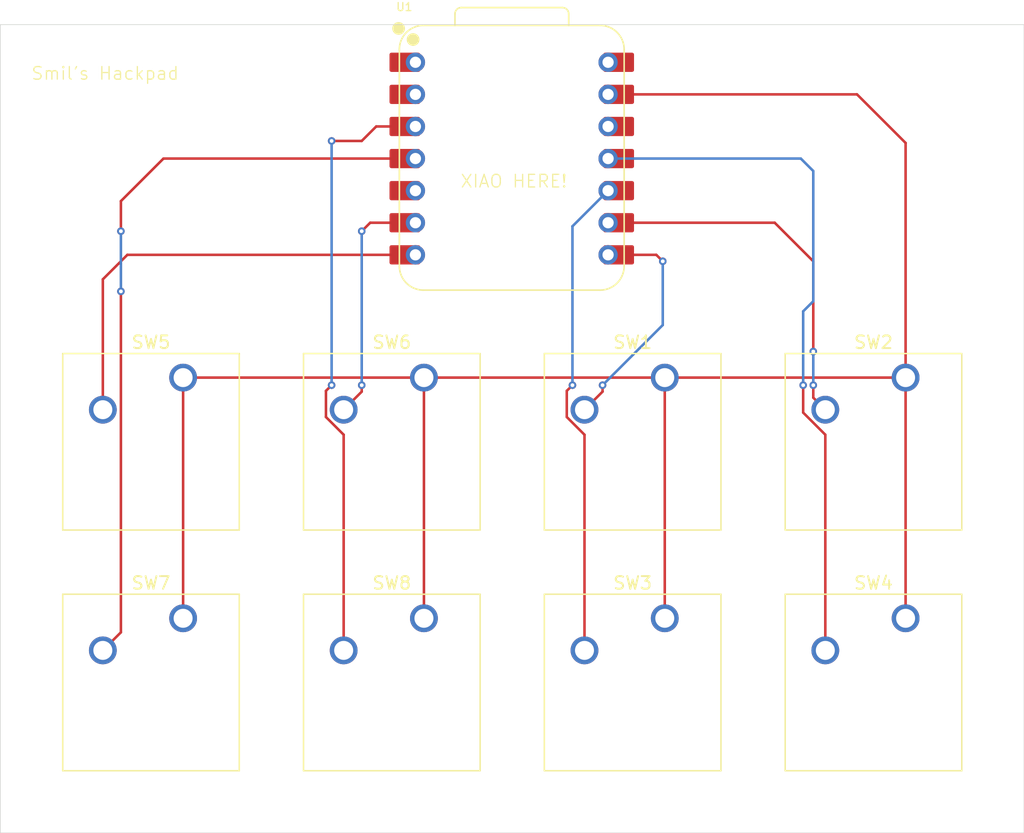
<source format=kicad_pcb>
(kicad_pcb (version 20241229) (generator "pcbnew") (generator_version "9.0")
  (layers (0 "F.Cu" signal) (2 "B.Cu" signal) (13 "F.Paste" user) (15 "B.Paste" user) (5 "F.SilkS" user "F.Silkscreen") (7 "B.SilkS" user "B.Silkscreen") (1 "F.Mask" user) (3 "B.Mask" user) (25 "Edge.Cuts" user))
  (net 0 "")
  (net 1 "Net-(D1-DIN)")
  (net 2 "+5V")
  (net 3 "GND")
  (net 4 "Net-(U1-GPIO1{slash}RX)")
  (net 5 "Net-(U1-GPIO2{slash}SCK)")
  (net 6 "Net-(U1-GPIO4{slash}MISO)")
  (net 7 "Net-(U1-GPIO3{slash}MOSI)")
  (net 8 "Net-(U1-GPIO0{slash}TX)")
  (net 9 "Net-(U1-GPIO7{slash}SCL)")
  (net 11 "Net-(U1-GPIO29{slash}ADC3{slash}A3)")
  (net 13 "Net-(U1-GPIO28{slash}ADC2{slash}A2)")
  (footprint "Button_Switch_Keyboard:SW_Cherry_MX_1.00u_PCB" (layer "F.Cu") (at 169.2275 113.9825)
    (property "Reference" "SW2" (at -2.54 -2.794 0) (layer "F.SilkS"))
    (property "Value" "SW_Push")
    (fp_line (start -9.525 -1.905) (end 4.445 -1.905) (stroke (width 0.12)) (layer "F.SilkS"))
    (fp_line (start -9.525 12.065) (end -9.525 -1.905) (stroke (width 0.12)) (layer "F.SilkS"))
    (fp_line (start 4.445 -1.905) (end 4.445 12.065) (stroke (width 0.12)) (layer "F.SilkS"))
    (fp_line (start 4.445 12.065) (end -9.525 12.065) (stroke (width 0.12)) (layer "F.SilkS"))
    (pad "" np_thru_hole circle (at -7.62 5.08) (size 1.7 1.7) (drill 1.7) (layers "*.Cu" "*.Mask"))
    (pad "" np_thru_hole circle (at -2.54 5.08) (size 4 4) (drill 4) (layers "*.Cu" "*.Mask"))
    (pad "" np_thru_hole circle (at 2.54 5.08) (size 1.7 1.7) (drill 1.7) (layers "*.Cu" "*.Mask"))
    (pad "1" thru_hole circle (at 0 0) (size 2.2 2.2) (drill 1.5) (layers "*.Cu" "*.Mask") (net 3 "GND"))
    (pad "2" thru_hole circle (at -6.35 2.54) (size 2.2 2.2) (drill 1.5) (layers "*.Cu" "*.Mask") (net 5 "Net-(U1-GPIO2{slash}SCK)"))
  )
  (footprint "Button_Switch_Keyboard:SW_Cherry_MX_1.00u_PCB" (layer "F.Cu") (at 150.1775 133.0325)
    (property "Reference" "SW3" (at -2.54 -2.794 0) (layer "F.SilkS"))
    (property "Value" "SW_Push")
    (fp_line (start -9.525 -1.905) (end 4.445 -1.905) (stroke (width 0.12)) (layer "F.SilkS"))
    (fp_line (start -9.525 12.065) (end -9.525 -1.905) (stroke (width 0.12)) (layer "F.SilkS"))
    (fp_line (start 4.445 -1.905) (end 4.445 12.065) (stroke (width 0.12)) (layer "F.SilkS"))
    (fp_line (start 4.445 12.065) (end -9.525 12.065) (stroke (width 0.12)) (layer "F.SilkS"))
    (pad "" np_thru_hole circle (at -7.62 5.08) (size 1.7 1.7) (drill 1.7) (layers "*.Cu" "*.Mask"))
    (pad "" np_thru_hole circle (at -2.54 5.08) (size 4 4) (drill 4) (layers "*.Cu" "*.Mask"))
    (pad "" np_thru_hole circle (at 2.54 5.08) (size 1.7 1.7) (drill 1.7) (layers "*.Cu" "*.Mask"))
    (pad "1" thru_hole circle (at 0 0) (size 2.2 2.2) (drill 1.5) (layers "*.Cu" "*.Mask") (net 3 "GND"))
    (pad "2" thru_hole circle (at -6.35 2.54) (size 2.2 2.2) (drill 1.5) (layers "*.Cu" "*.Mask") (net 6 "Net-(U1-GPIO4{slash}MISO)"))
  )
  (footprint "Button_Switch_Keyboard:SW_Cherry_MX_1.00u_PCB" (layer "F.Cu") (at 150.1775 113.9825)
    (property "Reference" "SW1" (at -2.54 -2.794 0) (layer "F.SilkS"))
    (property "Value" "SW_Push")
    (fp_line (start -9.525 -1.905) (end 4.445 -1.905) (stroke (width 0.12)) (layer "F.SilkS"))
    (fp_line (start -9.525 12.065) (end -9.525 -1.905) (stroke (width 0.12)) (layer "F.SilkS"))
    (fp_line (start 4.445 -1.905) (end 4.445 12.065) (stroke (width 0.12)) (layer "F.SilkS"))
    (fp_line (start 4.445 12.065) (end -9.525 12.065) (stroke (width 0.12)) (layer "F.SilkS"))
    (pad "" np_thru_hole circle (at -7.62 5.08) (size 1.7 1.7) (drill 1.7) (layers "*.Cu" "*.Mask"))
    (pad "" np_thru_hole circle (at -2.54 5.08) (size 4 4) (drill 4) (layers "*.Cu" "*.Mask"))
    (pad "" np_thru_hole circle (at 2.54 5.08) (size 1.7 1.7) (drill 1.7) (layers "*.Cu" "*.Mask"))
    (pad "1" thru_hole circle (at 0 0) (size 2.2 2.2) (drill 1.5) (layers "*.Cu" "*.Mask") (net 3 "GND"))
    (pad "2" thru_hole circle (at -6.35 2.54) (size 2.2 2.2) (drill 1.5) (layers "*.Cu" "*.Mask") (net 4 "Net-(U1-GPIO1{slash}RX)"))
  )
  (footprint "Button_Switch_Keyboard:SW_Cherry_MX_1.00u_PCB" (layer "F.Cu") (at 169.2275 133.0325)
    (property "Reference" "SW4" (at -2.54 -2.794 0) (layer "F.SilkS"))
    (property "Value" "SW_Push")
    (fp_line (start -9.525 -1.905) (end 4.445 -1.905) (stroke (width 0.12)) (layer "F.SilkS"))
    (fp_line (start -9.525 12.065) (end -9.525 -1.905) (stroke (width 0.12)) (layer "F.SilkS"))
    (fp_line (start 4.445 -1.905) (end 4.445 12.065) (stroke (width 0.12)) (layer "F.SilkS"))
    (fp_line (start 4.445 12.065) (end -9.525 12.065) (stroke (width 0.12)) (layer "F.SilkS"))
    (pad "" np_thru_hole circle (at -7.62 5.08) (size 1.7 1.7) (drill 1.7) (layers "*.Cu" "*.Mask"))
    (pad "" np_thru_hole circle (at -2.54 5.08) (size 4 4) (drill 4) (layers "*.Cu" "*.Mask"))
    (pad "" np_thru_hole circle (at 2.54 5.08) (size 1.7 1.7) (drill 1.7) (layers "*.Cu" "*.Mask"))
    (pad "1" thru_hole circle (at 0 0) (size 2.2 2.2) (drill 1.5) (layers "*.Cu" "*.Mask") (net 3 "GND"))
    (pad "2" thru_hole circle (at -6.35 2.54) (size 2.2 2.2) (drill 1.5) (layers "*.Cu" "*.Mask") (net 7 "Net-(U1-GPIO3{slash}MOSI)"))
  )
  (footprint "Button_Switch_Keyboard:SW_Cherry_MX_1.00u_PCB" (layer "F.Cu") (at 112.0775 113.9825)
    (property "Reference" "SW5" (at -2.54 -2.794 0) (layer "F.SilkS"))
    (property "Value" "SW_Push")
    (fp_line (start -9.525 -1.905) (end 4.445 -1.905) (stroke (width 0.12)) (layer "F.SilkS"))
    (fp_line (start -9.525 12.065) (end -9.525 -1.905) (stroke (width 0.12)) (layer "F.SilkS"))
    (fp_line (start 4.445 -1.905) (end 4.445 12.065) (stroke (width 0.12)) (layer "F.SilkS"))
    (fp_line (start 4.445 12.065) (end -9.525 12.065) (stroke (width 0.12)) (layer "F.SilkS"))
    (pad "" np_thru_hole circle (at -7.62 5.08) (size 1.7 1.7) (drill 1.7) (layers "*.Cu" "*.Mask"))
    (pad "" np_thru_hole circle (at -2.54 5.08) (size 4 4) (drill 4) (layers "*.Cu" "*.Mask"))
    (pad "" np_thru_hole circle (at 2.54 5.08) (size 1.7 1.7) (drill 1.7) (layers "*.Cu" "*.Mask"))
    (pad "1" thru_hole circle (at 0 0) (size 2.2 2.2) (drill 1.5) (layers "*.Cu" "*.Mask") (net 3 "GND"))
    (pad "2" thru_hole circle (at -6.35 2.54) (size 2.2 2.2) (drill 1.5) (layers "*.Cu" "*.Mask") (net 8 "Net-(U1-GPIO0{slash}TX)"))
  )
  (footprint "OPL Lib:XIAO-RP2040-DIP" (layer "F.Cu") (at 138.074503 96.644607)
    (property "Reference" "U1" (at -8.5 -12 0) (layer "F.SilkS") (effects (font (size 0.635 0.635) (thickness 0.1016))))
    (property "Value" "XIAO-RP2040-DIP")
    (fp_line (start -8.89 8.509) (end -8.89 -8.636) (stroke (width 0.127)) (layer "F.SilkS"))
    (fp_line (start -6.985 10.414) (end 6.985 10.414) (stroke (width 0.127)) (layer "F.SilkS"))
    (fp_line (start -4.495 -10.541) (end -4.491272 -11.451272) (stroke (width 0.127)) (layer "F.SilkS"))
    (fp_line (start -3.991272 -11.951) (end 4.004 -11.951) (stroke (width 0.127)) (layer "F.SilkS"))
    (fp_line (start 4.504 -11.451) (end 4.504 -10.541) (stroke (width 0.127)) (layer "F.SilkS"))
    (fp_line (start 6.985 -10.541) (end -6.985 -10.541) (stroke (width 0.1)) (layer "F.SilkS"))
    (fp_line (start 6.985 -10.541) (end -6.985 -10.541) (stroke (width 0.127)) (layer "F.SilkS"))
    (fp_line (start 8.89 8.509) (end 8.89 -8.636) (stroke (width 0.127)) (layer "F.SilkS"))
    (fp_arc (start -8.89 -8.636) (mid -8.332038 -9.983038) (end -6.985 -10.541) (stroke (width 0.127)) (layer "F.SilkS"))
    (fp_arc (start -6.985 10.414) (mid -8.332038 9.856038) (end -8.89 8.509) (stroke (width 0.127)) (layer "F.SilkS"))
    (fp_arc (start -4.491272 -11.451272) (mid -4.344728 -11.80464) (end -3.991272 -11.951) (stroke (width 0.127)) (layer "F.SilkS"))
    (fp_arc (start 4.004 -11.951) (mid 4.357553 -11.804553) (end 4.504 -11.451) (stroke (width 0.127)) (layer "F.SilkS"))
    (fp_arc (start 6.985 -10.541) (mid 8.332038 -9.983038) (end 8.89 -8.636) (stroke (width 0.127)) (layer "F.SilkS"))
    (fp_arc (start 8.89 8.509) (mid 8.332038 9.856038) (end 6.985 10.414) (stroke (width 0.127)) (layer "F.SilkS"))
    (fp_circle (center -8.95 -10.3) (end -8.95 -10.554) (stroke (width 0.5)) (fill yes) (layer "F.SilkS"))
    (fp_circle (center -7.807 -9.42) (end -7.807 -9.674) (stroke (width 0.5)) (fill yes) (layer "F.SilkS"))
    (pad "1" smd roundrect (at -8.455 -7.62 180) (size 2.432 1.524) (layers "F.Cu" "F.Mask") (roundrect_rratio 0.1))
    (pad "1" thru_hole circle (at -7.62 -7.62 180) (size 1.524 1.524) (drill 0.889) (layers "*.Cu" "*.Mask"))
    (pad "2" smd roundrect (at -8.455 -5.08 180) (size 2.432 1.524) (layers "F.Cu" "F.Mask") (roundrect_rratio 0.1))
    (pad "2" thru_hole circle (at -7.62 -5.08 180) (size 1.524 1.524) (drill 0.889) (layers "*.Cu" "*.Mask"))
    (pad "3" smd roundrect (at -8.455 -2.54 180) (size 2.432 1.524) (layers "F.Cu" "F.Mask") (roundrect_rratio 0.1) (net 13 "Net-(U1-GPIO28{slash}ADC2{slash}A2)"))
    (pad "3" thru_hole circle (at -7.62 -2.54 180) (size 1.524 1.524) (drill 0.889) (layers "*.Cu" "*.Mask") (net 13 "Net-(U1-GPIO28{slash}ADC2{slash}A2)"))
    (pad "4" smd roundrect (at -8.455 0 180) (size 2.432 1.524) (layers "F.Cu" "F.Mask") (roundrect_rratio 0.1) (net 11 "Net-(U1-GPIO29{slash}ADC3{slash}A3)"))
    (pad "4" thru_hole circle (at -7.62 0 180) (size 1.524 1.524) (drill 0.889) (layers "*.Cu" "*.Mask") (net 11 "Net-(U1-GPIO29{slash}ADC3{slash}A3)"))
    (pad "5" smd roundrect (at -8.455 2.54 180) (size 2.432 1.524) (layers "F.Cu" "F.Mask") (roundrect_rratio 0.1) (net 1 "Net-(D1-DIN)"))
    (pad "5" thru_hole circle (at -7.62 2.54 180) (size 1.524 1.524) (drill 0.889) (layers "*.Cu" "*.Mask") (net 1 "Net-(D1-DIN)"))
    (pad "6" smd roundrect (at -8.455 5.08 180) (size 2.432 1.524) (layers "F.Cu" "F.Mask") (roundrect_rratio 0.1) (net 9 "Net-(U1-GPIO7{slash}SCL)"))
    (pad "6" thru_hole circle (at -7.62 5.08 180) (size 1.524 1.524) (drill 0.889) (layers "*.Cu" "*.Mask") (net 9 "Net-(U1-GPIO7{slash}SCL)"))
    (pad "7" smd roundrect (at -8.455 7.62 180) (size 2.432 1.524) (layers "F.Cu" "F.Mask") (roundrect_rratio 0.1) (net 8 "Net-(U1-GPIO0{slash}TX)"))
    (pad "7" thru_hole circle (at -7.62 7.62 180) (size 1.524 1.524) (drill 0.889) (layers "*.Cu" "*.Mask") (net 8 "Net-(U1-GPIO0{slash}TX)"))
    (pad "8" thru_hole circle (at 7.62 7.62) (size 1.524 1.524) (drill 0.889) (layers "*.Cu" "*.Mask") (net 4 "Net-(U1-GPIO1{slash}RX)"))
    (pad "8" smd roundrect (at 8.455 7.62) (size 2.432 1.524) (layers "F.Cu" "F.Mask") (roundrect_rratio 0.1) (net 4 "Net-(U1-GPIO1{slash}RX)"))
    (pad "9" thru_hole circle (at 7.62 5.08) (size 1.524 1.524) (drill 0.889) (layers "*.Cu" "*.Mask") (net 5 "Net-(U1-GPIO2{slash}SCK)"))
    (pad "9" smd roundrect (at 8.455 5.08) (size 2.432 1.524) (layers "F.Cu" "F.Mask") (roundrect_rratio 0.1) (net 5 "Net-(U1-GPIO2{slash}SCK)"))
    (pad "10" thru_hole circle (at 7.62 2.54) (size 1.524 1.524) (drill 0.889) (layers "*.Cu" "*.Mask") (net 6 "Net-(U1-GPIO4{slash}MISO)"))
    (pad "10" smd roundrect (at 8.455 2.54) (size 2.432 1.524) (layers "F.Cu" "F.Mask") (roundrect_rratio 0.1) (net 6 "Net-(U1-GPIO4{slash}MISO)"))
    (pad "11" thru_hole circle (at 7.62 0) (size 1.524 1.524) (drill 0.889) (layers "*.Cu" "*.Mask") (net 7 "Net-(U1-GPIO3{slash}MOSI)"))
    (pad "11" smd roundrect (at 8.455 0) (size 2.432 1.524) (layers "F.Cu" "F.Mask") (roundrect_rratio 0.1) (net 7 "Net-(U1-GPIO3{slash}MOSI)"))
    (pad "12" thru_hole circle (at 7.62 -2.54) (size 1.524 1.524) (drill 0.889) (layers "*.Cu" "*.Mask"))
    (pad "12" smd roundrect (at 8.455 -2.54) (size 2.432 1.524) (layers "F.Cu" "F.Mask") (roundrect_rratio 0.1))
    (pad "13" thru_hole circle (at 7.62 -5.08) (size 1.524 1.524) (drill 0.889) (layers "*.Cu" "*.Mask") (net 3 "GND"))
    (pad "13" smd roundrect (at 8.455 -5.08) (size 2.432 1.524) (layers "F.Cu" "F.Mask") (roundrect_rratio 0.1) (net 3 "GND"))
    (pad "14" thru_hole circle (at 7.62 -7.62) (size 1.524 1.524) (drill 0.889) (layers "*.Cu" "*.Mask") (net 2 "+5V"))
    (pad "14" smd roundrect (at 8.455 -7.62) (size 2.432 1.524) (layers "F.Cu" "F.Mask") (roundrect_rratio 0.1) (net 2 "+5V"))
  )
  (footprint "Button_Switch_Keyboard:SW_Cherry_MX_1.00u_PCB" (layer "F.Cu") (at 131.1275 133.0325)
    (property "Reference" "SW8" (at -2.54 -2.794 0) (layer "F.SilkS"))
    (property "Value" "SW_Push")
    (fp_line (start -9.525 -1.905) (end 4.445 -1.905) (stroke (width 0.12)) (layer "F.SilkS"))
    (fp_line (start -9.525 12.065) (end -9.525 -1.905) (stroke (width 0.12)) (layer "F.SilkS"))
    (fp_line (start 4.445 -1.905) (end 4.445 12.065) (stroke (width 0.12)) (layer "F.SilkS"))
    (fp_line (start 4.445 12.065) (end -9.525 12.065) (stroke (width 0.12)) (layer "F.SilkS"))
    (pad "" np_thru_hole circle (at -7.62 5.08) (size 1.7 1.7) (drill 1.7) (layers "*.Cu" "*.Mask"))
    (pad "" np_thru_hole circle (at -2.54 5.08) (size 4 4) (drill 4) (layers "*.Cu" "*.Mask"))
    (pad "" np_thru_hole circle (at 2.54 5.08) (size 1.7 1.7) (drill 1.7) (layers "*.Cu" "*.Mask"))
    (pad "1" thru_hole circle (at 0 0) (size 2.2 2.2) (drill 1.5) (layers "*.Cu" "*.Mask") (net 3 "GND"))
    (pad "2" thru_hole circle (at -6.35 2.54) (size 2.2 2.2) (drill 1.5) (layers "*.Cu" "*.Mask") (net 13 "Net-(U1-GPIO28{slash}ADC2{slash}A2)"))
  )
  (footprint "Button_Switch_Keyboard:SW_Cherry_MX_1.00u_PCB" (layer "F.Cu") (at 131.1275 113.9825)
    (property "Reference" "SW6" (at -2.54 -2.794 0) (layer "F.SilkS"))
    (property "Value" "SW_Push")
    (fp_line (start -9.525 -1.905) (end 4.445 -1.905) (stroke (width 0.12)) (layer "F.SilkS"))
    (fp_line (start -9.525 12.065) (end -9.525 -1.905) (stroke (width 0.12)) (layer "F.SilkS"))
    (fp_line (start 4.445 -1.905) (end 4.445 12.065) (stroke (width 0.12)) (layer "F.SilkS"))
    (fp_line (start 4.445 12.065) (end -9.525 12.065) (stroke (width 0.12)) (layer "F.SilkS"))
    (pad "" np_thru_hole circle (at -7.62 5.08) (size 1.7 1.7) (drill 1.7) (layers "*.Cu" "*.Mask"))
    (pad "" np_thru_hole circle (at -2.54 5.08) (size 4 4) (drill 4) (layers "*.Cu" "*.Mask"))
    (pad "" np_thru_hole circle (at 2.54 5.08) (size 1.7 1.7) (drill 1.7) (layers "*.Cu" "*.Mask"))
    (pad "1" thru_hole circle (at 0 0) (size 2.2 2.2) (drill 1.5) (layers "*.Cu" "*.Mask") (net 3 "GND"))
    (pad "2" thru_hole circle (at -6.35 2.54) (size 2.2 2.2) (drill 1.5) (layers "*.Cu" "*.Mask") (net 9 "Net-(U1-GPIO7{slash}SCL)"))
  )
  (footprint "Button_Switch_Keyboard:SW_Cherry_MX_1.00u_PCB" (layer "F.Cu") (at 112.0775 133.0325)
    (property "Reference" "SW7" (at -2.54 -2.794 0) (layer "F.SilkS"))
    (property "Value" "SW_Push")
    (fp_line (start -9.525 -1.905) (end 4.445 -1.905) (stroke (width 0.12)) (layer "F.SilkS"))
    (fp_line (start -9.525 12.065) (end -9.525 -1.905) (stroke (width 0.12)) (layer "F.SilkS"))
    (fp_line (start 4.445 -1.905) (end 4.445 12.065) (stroke (width 0.12)) (layer "F.SilkS"))
    (fp_line (start 4.445 12.065) (end -9.525 12.065) (stroke (width 0.12)) (layer "F.SilkS"))
    (pad "" np_thru_hole circle (at -7.62 5.08) (size 1.7 1.7) (drill 1.7) (layers "*.Cu" "*.Mask"))
    (pad "" np_thru_hole circle (at -2.54 5.08) (size 4 4) (drill 4) (layers "*.Cu" "*.Mask"))
    (pad "" np_thru_hole circle (at 2.54 5.08) (size 1.7 1.7) (drill 1.7) (layers "*.Cu" "*.Mask"))
    (pad "1" thru_hole circle (at 0 0) (size 2.2 2.2) (drill 1.5) (layers "*.Cu" "*.Mask") (net 3 "GND"))
    (pad "2" thru_hole circle (at -6.35 2.54) (size 2.2 2.2) (drill 1.5) (layers "*.Cu" "*.Mask") (net 11 "Net-(U1-GPIO29{slash}ADC3{slash}A3)"))
  )
  (gr_rect (start 97.617797 86.04721) (end 178.59375 150.01875) (stroke (width 0.05)) (fill no) (layer "Edge.Cuts"))
  (gr_text "XIAO HERE!" (at 133.961893 99.021034 0) (layer "F.SilkS") (effects (font (size 1 1) (thickness 0.1)) (justify left bottom)))
  (gr_text "Smil's Hackpad\n" (at 100.0125 90.4875 0) (layer "F.SilkS") (effects (font (size 1 1) (thickness 0.1)) (justify left bottom)))
  (segment (start 169.2275 113.9825) (end 169.2275 95.40875) (width 0.2) (layer "F.Cu") (net 3))
  (segment (start 112.0775 113.9825) (end 131.1275 113.9825) (width 0.2) (layer "F.Cu") (net 3))
  (segment (start 150.1775 133.19125) (end 150.1775 113.9825) (width 0.2) (layer "F.Cu") (net 3))
  (segment (start 169.2275 113.9825) (end 169.2275 133.0325) (width 0.2) (layer "F.Cu") (net 3))
  (segment (start 131.1275 133.0325) (end 131.1275 133.19125) (width 0.2) (layer "F.Cu") (net 3))
  (segment (start 150.1775 133.0325) (end 150.1775 133.19125) (width 0.2) (layer "F.Cu") (net 3))
  (segment (start 131.1275 133.19125) (end 130.96875 133.35) (width 0.2) (layer "F.Cu") (net 3))
  (segment (start 169.2275 95.40875) (end 165.383357 91.564607) (width 0.2) (layer "F.Cu") (net 3))
  (segment (start 131.1275 133.19125) (end 131.1275 113.9825) (width 0.2) (layer "F.Cu") (net 3))
  (segment (start 150.1775 113.9825) (end 169.2275 113.9825) (width 0.2) (layer "F.Cu") (net 3))
  (segment (start 131.1275 113.9825) (end 150.1775 113.9825) (width 0.2) (layer "F.Cu") (net 3))
  (segment (start 165.383357 91.564607) (end 145.694503 91.564607) (width 0.2) (layer "F.Cu") (net 3))
  (segment (start 146.809607 91.564607) (end 146.529503 91.564607) (width 0.2) (layer "F.Cu") (net 3))
  (segment (start 112.0775 133.0325) (end 112.0775 113.9825) (width 0.2) (layer "F.Cu") (net 3))
  (segment (start 150.1775 133.19125) (end 150.01875 133.35) (width 0.2) (layer "F.Cu") (net 3))
  (segment (start 145.25625 115.09375) (end 145.25625 114.5825) (width 0.2) (layer "F.Cu") (net 4))
  (segment (start 150.01875 104.775) (end 149.508357 104.264607) (width 0.2) (layer "F.Cu") (net 4))
  (segment (start 149.508357 104.264607) (end 145.694503 104.264607) (width 0.2) (layer "F.Cu") (net 4))
  (segment (start 143.8275 116.5225) (end 145.25625 115.09375) (width 0.2) (layer "F.Cu") (net 4))
  (via (at 145.25625 114.5825) (size 0.6) (drill 0.3) (layers "F.Cu" "B.Cu") (net 4))
  (via (at 150.01875 104.775) (size 0.6) (drill 0.3) (layers "F.Cu" "B.Cu") (net 4))
  (segment (start 150.01875 109.82) (end 150.01875 104.775) (width 0.2) (layer "B.Cu") (net 4))
  (segment (start 145.25625 114.5825) (end 150.01875 109.82) (width 0.2) (layer "B.Cu") (net 4))
  (segment (start 161.925 111.91875) (end 161.925 104.775) (width 0.2) (layer "F.Cu") (net 5))
  (segment (start 158.874607 101.724607) (end 145.694503 101.724607) (width 0.2) (layer "F.Cu") (net 5))
  (segment (start 161.925 115.57) (end 161.925 114.5825) (width 0.2) (layer "F.Cu") (net 5))
  (segment (start 161.925 104.775) (end 158.874607 101.724607) (width 0.2) (layer "F.Cu") (net 5))
  (segment (start 162.8775 116.5225) (end 161.925 115.57) (width 0.2) (layer "F.Cu") (net 5))
  (via (at 161.925 111.91875) (size 0.6) (drill 0.3) (layers "F.Cu" "B.Cu") (net 5))
  (via (at 161.925 114.5825) (size 0.6) (drill 0.3) (layers "F.Cu" "B.Cu") (net 5))
  (segment (start 161.925 114.5825) (end 161.925 111.91875) (width 0.2) (layer "B.Cu") (net 5))
  (segment (start 142.4265 115.031) (end 142.875 114.5825) (width 0.2) (layer "F.Cu") (net 6))
  (segment (start 142.4265 117.102814) (end 142.4265 115.031) (width 0.2) (layer "F.Cu") (net 6))
  (segment (start 143.8275 118.503814) (end 142.4265 117.102814) (width 0.2) (layer "F.Cu") (net 6))
  (segment (start 143.8275 135.5725) (end 143.8275 118.503814) (width 0.2) (layer "F.Cu") (net 6))
  (via (at 142.875 114.5825) (size 0.6) (drill 0.3) (layers "F.Cu" "B.Cu") (net 6))
  (segment (start 142.875 102.00411) (end 145.694503 99.184607) (width 0.2) (layer "B.Cu") (net 6))
  (segment (start 142.875 114.5825) (end 142.875 102.00411) (width 0.2) (layer "B.Cu") (net 6))
  (segment (start 162.8775 118.503814) (end 161.124997 116.751311) (width 0.2) (layer "F.Cu") (net 7))
  (segment (start 161.124997 116.751311) (end 161.124997 114.5825) (width 0.2) (layer "F.Cu") (net 7))
  (segment (start 162.8775 135.5725) (end 162.8775 118.503814) (width 0.2) (layer "F.Cu") (net 7))
  (via (at 161.124997 114.5825) (size 0.6) (drill 0.3) (layers "F.Cu" "B.Cu") (net 7))
  (segment (start 161.124997 114.5825) (end 161.124997 108.737497) (width 0.2) (layer "B.Cu") (net 7))
  (segment (start 161.124997 108.737497) (end 161.925 107.937494) (width 0.2) (layer "B.Cu") (net 7))
  (segment (start 160.938357 96.644607) (end 145.694503 96.644607) (width 0.2) (layer "B.Cu") (net 7))
  (segment (start 161.925 107.937494) (end 161.925 97.63125) (width 0.2) (layer "B.Cu") (net 7))
  (segment (start 161.925 97.63125) (end 160.938357 96.644607) (width 0.2) (layer "B.Cu") (net 7))
  (segment (start 105.7275 106.20375) (end 107.666643 104.264607) (width 0.2) (layer "F.Cu") (net 8))
  (segment (start 107.666643 104.264607) (end 130.454503 104.264607) (width 0.2) (layer "F.Cu") (net 8))
  (segment (start 105.7275 116.5225) (end 105.7275 106.20375) (width 0.2) (layer "F.Cu") (net 8))
  (segment (start 126.20625 102.39375) (end 126.875393 101.724607) (width 0.2) (layer "F.Cu") (net 9))
  (segment (start 124.7775 116.5225) (end 126.20625 115.09375) (width 0.2) (layer "F.Cu") (net 9))
  (segment (start 126.20625 115.09375) (end 126.20625 114.5825) (width 0.2) (layer "F.Cu") (net 9))
  (segment (start 126.875393 101.724607) (end 130.454503 101.724607) (width 0.2) (layer "F.Cu") (net 9))
  (via (at 126.20625 102.39375) (size 0.6) (drill 0.3) (layers "F.Cu" "B.Cu") (net 9))
  (via (at 126.20625 114.5825) (size 0.6) (drill 0.3) (layers "F.Cu" "B.Cu") (net 9))
  (segment (start 126.20625 114.5825) (end 126.20625 102.39375) (width 0.2) (layer "B.Cu") (net 9))
  (segment (start 110.524143 96.644607) (end 130.454503 96.644607) (width 0.2) (layer "F.Cu") (net 11))
  (segment (start 105.7275 135.5725) (end 107.15625 134.14375) (width 0.2) (layer "F.Cu") (net 11))
  (segment (start 107.15625 102.39375) (end 107.15625 100.0125) (width 0.2) (layer "F.Cu") (net 11))
  (segment (start 107.15625 100.0125) (end 110.524143 96.644607) (width 0.2) (layer "F.Cu") (net 11))
  (segment (start 107.15625 134.14375) (end 107.15625 107.15625) (width 0.2) (layer "F.Cu") (net 11))
  (via (at 107.15625 107.15625) (size 0.6) (drill 0.3) (layers "F.Cu" "B.Cu") (net 11))
  (via (at 107.15625 102.39375) (size 0.6) (drill 0.3) (layers "F.Cu" "B.Cu") (net 11))
  (segment (start 107.15625 107.15625) (end 107.15625 102.39375) (width 0.2) (layer "B.Cu") (net 11))
  (segment (start 123.825 95.25) (end 126.20625 95.25) (width 0.2) (layer "F.Cu") (net 13))
  (segment (start 123.3765 115.031) (end 123.825 114.5825) (width 0.2) (layer "F.Cu") (net 13))
  (segment (start 127.351643 94.104607) (end 129.619503 94.104607) (width 0.2) (layer "F.Cu") (net 13))
  (segment (start 124.7775 118.503814) (end 123.3765 117.102814) (width 0.2) (layer "F.Cu") (net 13))
  (segment (start 126.20625 95.25) (end 127.351643 94.104607) (width 0.2) (layer "F.Cu") (net 13))
  (segment (start 123.3765 117.102814) (end 123.3765 115.031) (width 0.2) (layer "F.Cu") (net 13))
  (segment (start 124.7775 135.5725) (end 124.7775 118.503814) (width 0.2) (layer "F.Cu") (net 13))
  (via (at 123.825 114.5825) (size 0.6) (drill 0.3) (layers "F.Cu" "B.Cu") (net 13))
  (via (at 123.825 95.25) (size 0.6) (drill 0.3) (layers "F.Cu" "B.Cu") (net 13))
  (segment (start 123.825 114.5825) (end 123.825 95.25) (width 0.2) (layer "B.Cu") (net 13))
)
</source>
